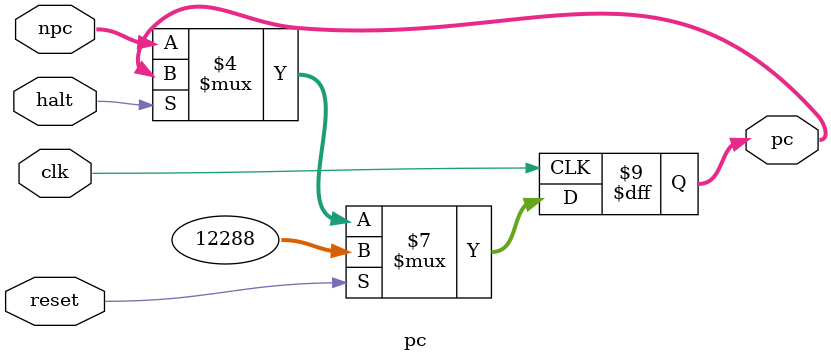
<source format=v>
`timescale 1ns / 1ps

module pc(
	input clk,
	input reset,
	input halt,
	input[31:0] npc,
	output reg[31:0] pc
    );
	 
	initial begin
		pc <= 32'h0000_3000;
	end

	always @(posedge clk) begin
		if(reset) pc <= 32'h0000_3000;
		else if(halt) pc <= pc;
		else pc <= npc;
	end
		


endmodule

</source>
